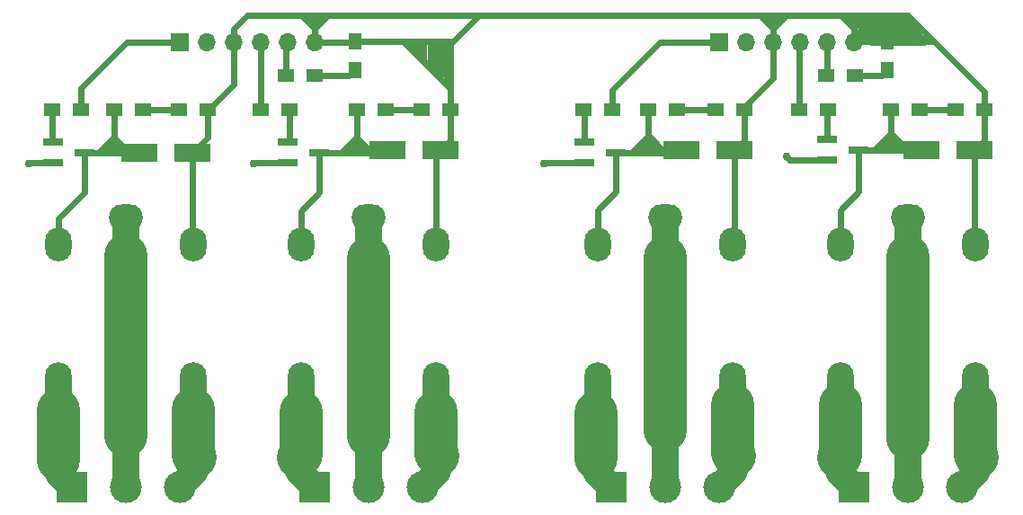
<source format=gbr>
G04 #@! TF.FileFunction,Copper,L1,Top,Signal*
%FSLAX46Y46*%
G04 Gerber Fmt 4.6, Leading zero omitted, Abs format (unit mm)*
G04 Created by KiCad (PCBNEW 4.0.7) date 05/31/18 17:41:53*
%MOMM*%
%LPD*%
G01*
G04 APERTURE LIST*
%ADD10C,0.100000*%
%ADD11R,1.900000X0.800000*%
%ADD12R,1.500000X1.300000*%
%ADD13R,3.000000X3.000000*%
%ADD14C,3.000000*%
%ADD15O,2.500000X3.200000*%
%ADD16O,3.200000X2.500000*%
%ADD17R,3.500000X1.800000*%
%ADD18R,1.300000X1.500000*%
%ADD19R,1.700000X1.700000*%
%ADD20O,1.700000X1.700000*%
%ADD21C,0.762000*%
%ADD22C,0.609600*%
%ADD23C,0.614680*%
%ADD24C,4.064000*%
%ADD25C,2.540000*%
G04 APERTURE END LIST*
D10*
D11*
X115594000Y-66614000D03*
X115594000Y-68514000D03*
X118594000Y-67564000D03*
D12*
X77390000Y-63500000D03*
X80090000Y-63500000D03*
X100250000Y-63500000D03*
X102950000Y-63500000D03*
X127936000Y-63500000D03*
X130636000Y-63500000D03*
X150542000Y-63500000D03*
X153242000Y-63500000D03*
D13*
X67310000Y-99060000D03*
D14*
X72390000Y-99060000D03*
X77470000Y-99060000D03*
D13*
X90170000Y-99060000D03*
D14*
X95250000Y-99060000D03*
X100330000Y-99060000D03*
D13*
X118110000Y-99060000D03*
D14*
X123190000Y-99060000D03*
X128270000Y-99060000D03*
D13*
X140970000Y-99060000D03*
D14*
X146050000Y-99060000D03*
X151130000Y-99060000D03*
D11*
X65556000Y-66614000D03*
X65556000Y-68514000D03*
X68556000Y-67564000D03*
X87654000Y-66614000D03*
X87654000Y-68514000D03*
X90654000Y-67564000D03*
X138454000Y-66360000D03*
X138454000Y-68260000D03*
X141454000Y-67310000D03*
D12*
X71294000Y-63500000D03*
X73994000Y-63500000D03*
X94154000Y-63500000D03*
X96854000Y-63500000D03*
X65452000Y-63500000D03*
X68152000Y-63500000D03*
X87790000Y-63500000D03*
X85090000Y-63500000D03*
X121586000Y-63500000D03*
X124286000Y-63500000D03*
X144446000Y-63500000D03*
X147146000Y-63500000D03*
X115490000Y-63500000D03*
X118190000Y-63500000D03*
X138510000Y-63500000D03*
X135810000Y-63500000D03*
D15*
X66040000Y-76200000D03*
X78740000Y-76200000D03*
D16*
X72390000Y-73660000D03*
D15*
X78740000Y-88900000D03*
X66040000Y-88900000D03*
X88900000Y-76200000D03*
X101600000Y-76200000D03*
D16*
X95250000Y-73660000D03*
D15*
X101600000Y-88900000D03*
X88900000Y-88900000D03*
X116840000Y-76200000D03*
X129540000Y-76200000D03*
D16*
X123190000Y-73660000D03*
D15*
X129540000Y-88900000D03*
X116840000Y-88900000D03*
X139700000Y-76200000D03*
X152400000Y-76200000D03*
D16*
X146050000Y-73660000D03*
D15*
X152400000Y-88900000D03*
X139700000Y-88900000D03*
D17*
X78700000Y-67564000D03*
X73700000Y-67564000D03*
X102068000Y-67310000D03*
X97068000Y-67310000D03*
X129754000Y-67310000D03*
X124754000Y-67310000D03*
X152360000Y-67310000D03*
X147360000Y-67310000D03*
D18*
X93980000Y-59770000D03*
X93980000Y-57070000D03*
X144145000Y-59770000D03*
X144145000Y-57070000D03*
D12*
X87470000Y-60325000D03*
X90170000Y-60325000D03*
X138350000Y-60325000D03*
X141050000Y-60325000D03*
D19*
X128270000Y-57150000D03*
D20*
X130810000Y-57150000D03*
X133350000Y-57150000D03*
X135890000Y-57150000D03*
X138430000Y-57150000D03*
X140970000Y-57150000D03*
D19*
X77470000Y-57150000D03*
D20*
X80010000Y-57150000D03*
X82550000Y-57150000D03*
X85090000Y-57150000D03*
X87630000Y-57150000D03*
X90170000Y-57150000D03*
D21*
X111760000Y-68580000D03*
X134620000Y-67945000D03*
X84455000Y-68580000D03*
X63246000Y-68580000D03*
D22*
X77390000Y-63500000D02*
X73994000Y-63500000D01*
D23*
X141859000Y-56261000D02*
X140970000Y-56261000D01*
X142367000Y-56261000D02*
X141859000Y-56261000D01*
X141859000Y-56261000D02*
X140970000Y-57150000D01*
X144145000Y-57070000D02*
X142113000Y-57070000D01*
X142113000Y-57070000D02*
X141050000Y-57070000D01*
X142367000Y-56515000D02*
X142113000Y-56769000D01*
X142113000Y-56769000D02*
X142113000Y-57070000D01*
X142748000Y-56261000D02*
X142367000Y-56261000D01*
X142367000Y-56261000D02*
X142367000Y-56515000D01*
X143129000Y-56261000D02*
X142748000Y-56261000D01*
X142748000Y-56261000D02*
X142748000Y-57023000D01*
X142748000Y-57023000D02*
X142701000Y-57070000D01*
X143510000Y-56261000D02*
X143129000Y-56261000D01*
X142701000Y-57070000D02*
X143129000Y-57070000D01*
X143129000Y-57070000D02*
X147146000Y-57070000D01*
X143129000Y-56261000D02*
X143129000Y-57070000D01*
X147574000Y-57150000D02*
X143383000Y-57150000D01*
X144780000Y-56261000D02*
X143510000Y-56261000D01*
X143383000Y-57150000D02*
X142621000Y-57150000D01*
X143510000Y-56261000D02*
X143510000Y-57023000D01*
X143510000Y-57023000D02*
X143383000Y-57150000D01*
X145415000Y-56261000D02*
X145415000Y-56943000D01*
X145415000Y-56943000D02*
X145288000Y-57070000D01*
X145622000Y-57070000D02*
X145288000Y-57070000D01*
X145415000Y-56261000D02*
X144780000Y-56261000D01*
X145288000Y-57070000D02*
X144145000Y-57070000D01*
X144780000Y-56261000D02*
X144780000Y-56562000D01*
X144780000Y-56562000D02*
X145288000Y-57070000D01*
X145923000Y-56769000D02*
X145622000Y-57070000D01*
X146304000Y-56261000D02*
X145415000Y-56261000D01*
X146812000Y-56769000D02*
X145923000Y-56769000D01*
X145923000Y-56769000D02*
X145415000Y-56261000D01*
X147193000Y-56261000D02*
X146304000Y-56261000D01*
X147447000Y-56769000D02*
X146812000Y-56769000D01*
X146812000Y-56769000D02*
X146304000Y-56261000D01*
X147146000Y-57070000D02*
X147447000Y-56769000D01*
X142621000Y-57150000D02*
X142701000Y-57070000D01*
X148082000Y-56642000D02*
X148510000Y-57070000D01*
X146558000Y-55118000D02*
X148082000Y-56642000D01*
X148082000Y-56642000D02*
X147574000Y-57150000D01*
D22*
X140970000Y-55880000D02*
X140970000Y-56261000D01*
X140970000Y-56261000D02*
X140970000Y-57150000D01*
D23*
X146558000Y-55118000D02*
X141986000Y-55118000D01*
X141986000Y-55118000D02*
X141478000Y-55626000D01*
X141478000Y-55626000D02*
X146558000Y-55626000D01*
X146558000Y-55626000D02*
X147193000Y-56261000D01*
X146304000Y-54864000D02*
X146558000Y-55118000D01*
X146062838Y-54622838D02*
X146304000Y-54864000D01*
X140970000Y-55626000D02*
X141732000Y-54864000D01*
X141732000Y-54864000D02*
X146304000Y-54864000D01*
X140970000Y-57150000D02*
X140970000Y-55626000D01*
X141224000Y-54622838D02*
X146062838Y-54622838D01*
X140716000Y-54622838D02*
X141224000Y-54622838D01*
X141224000Y-54622838D02*
X140970000Y-54876838D01*
X140970000Y-54876838D02*
X140970000Y-57150000D01*
X139712838Y-54622838D02*
X140716000Y-54622838D01*
D22*
X140716000Y-55626000D02*
X140970000Y-55880000D01*
X139712838Y-54622838D02*
X140716000Y-55626000D01*
D23*
X140716000Y-54622838D02*
X140716000Y-55626000D01*
X101473000Y-59806701D02*
X101473000Y-59319299D01*
X101473000Y-59319299D02*
X101092000Y-58938299D01*
X101473000Y-59806701D02*
X101219000Y-59806701D01*
X101219000Y-59806701D02*
X100721299Y-59309000D01*
X99314000Y-57070000D02*
X99695000Y-57070000D01*
X98482299Y-57070000D02*
X99314000Y-57070000D01*
D22*
X98482299Y-57070000D02*
X99197299Y-57785000D01*
X99197299Y-57785000D02*
X99578299Y-58166000D01*
D23*
X99314000Y-57070000D02*
X99314000Y-57668299D01*
X99314000Y-57668299D02*
X99197299Y-57785000D01*
X100076000Y-57070000D02*
X100457000Y-57070000D01*
X99695000Y-57070000D02*
X100076000Y-57070000D01*
D22*
X99578299Y-58166000D02*
X100076000Y-58663701D01*
X100076000Y-58663701D02*
X100340299Y-58928000D01*
D23*
X100076000Y-57070000D02*
X100076000Y-58663701D01*
X102616000Y-57070000D02*
X103204000Y-57070000D01*
X102235000Y-57070000D02*
X102616000Y-57070000D01*
D22*
X101864299Y-60452000D02*
X102743000Y-61330701D01*
X102743000Y-61330701D02*
X102950000Y-61537701D01*
D23*
X102616000Y-57070000D02*
X102616000Y-61203701D01*
X102616000Y-61203701D02*
X102743000Y-61330701D01*
X101854000Y-57070000D02*
X102235000Y-57070000D01*
D22*
X101483299Y-60071000D02*
X101864299Y-60452000D01*
D23*
X102235000Y-57070000D02*
X102235000Y-60081299D01*
X102235000Y-60081299D02*
X101864299Y-60452000D01*
X101473000Y-57070000D02*
X101854000Y-57070000D01*
X101092000Y-57070000D02*
X101473000Y-57070000D01*
D22*
X100721299Y-59309000D02*
X101346000Y-59933701D01*
X101346000Y-59933701D02*
X101483299Y-60071000D01*
D23*
X101473000Y-57070000D02*
X101473000Y-59806701D01*
X101473000Y-59806701D02*
X101346000Y-59933701D01*
X101092000Y-57070000D02*
X101092000Y-58938299D01*
X100457000Y-57070000D02*
X101092000Y-57070000D01*
D22*
X100340299Y-58928000D02*
X100721299Y-59309000D01*
D23*
X101092000Y-58938299D02*
X100721299Y-59309000D01*
X101854000Y-59700299D02*
X101483299Y-60071000D01*
X101854000Y-57070000D02*
X101854000Y-59700299D01*
X100457000Y-57070000D02*
X100457000Y-58811299D01*
X100457000Y-58811299D02*
X100340299Y-58928000D01*
X99695000Y-57070000D02*
X99695000Y-58049299D01*
X99695000Y-58049299D02*
X99578299Y-58166000D01*
X102950000Y-57324000D02*
X103378000Y-56896000D01*
X103378000Y-56896000D02*
X105664000Y-54610000D01*
X103204000Y-57070000D02*
X103378000Y-56896000D01*
D22*
X91440000Y-54610000D02*
X105664000Y-54610000D01*
X105664000Y-54610000D02*
X132080000Y-54610000D01*
D23*
X102950000Y-61537701D02*
X102950000Y-57324000D01*
X141050000Y-57070000D02*
X140970000Y-57150000D01*
D22*
X133350000Y-55947919D02*
X133985000Y-55312919D01*
X133985000Y-55312919D02*
X134620000Y-54677919D01*
X133350000Y-54610000D02*
X133350000Y-54677919D01*
X133350000Y-54677919D02*
X133985000Y-55312919D01*
X133350000Y-54610000D02*
X132715000Y-55245000D01*
X132715000Y-54610000D02*
X133350000Y-54610000D01*
X132080000Y-54610000D02*
X132715000Y-54610000D01*
X133350000Y-55880000D02*
X132715000Y-55245000D01*
X132715000Y-55245000D02*
X132080000Y-54610000D01*
X132715000Y-54610000D02*
X132715000Y-55245000D01*
X133350000Y-54610000D02*
X134552081Y-54610000D01*
X133350000Y-54610000D02*
X133350000Y-55947919D01*
X134620000Y-54677919D02*
X134675081Y-54622838D01*
X134675081Y-54622838D02*
X139712838Y-54622838D01*
X130636000Y-63500000D02*
X130636000Y-63259975D01*
X130636000Y-63259975D02*
X133350000Y-60545975D01*
X133350000Y-60545975D02*
X133350000Y-58352081D01*
X133350000Y-58352081D02*
X133350000Y-57150000D01*
X93980000Y-57070000D02*
X98482299Y-57070000D01*
X102950000Y-61537701D02*
X102950000Y-63500000D01*
X82550000Y-57150000D02*
X82550000Y-61140000D01*
X82550000Y-61140000D02*
X80190000Y-63500000D01*
X80190000Y-63500000D02*
X80090000Y-63500000D01*
X90805000Y-54610000D02*
X91440000Y-54610000D01*
X90170000Y-54610000D02*
X90805000Y-54610000D01*
X90805000Y-54610000D02*
X90170000Y-55245000D01*
X89535000Y-54610000D02*
X90170000Y-54610000D01*
X88265000Y-54610000D02*
X89535000Y-54610000D01*
X89535000Y-54610000D02*
X90170000Y-55245000D01*
X90170000Y-54610000D02*
X90170000Y-55245000D01*
X90170000Y-55245000D02*
X90170000Y-55880000D01*
X90170000Y-55880000D02*
X91440000Y-54610000D01*
X133350000Y-55947919D02*
X133350000Y-55880000D01*
X88265000Y-54610000D02*
X88900000Y-54610000D01*
X83820000Y-54610000D02*
X88265000Y-54610000D01*
X134552081Y-54610000D02*
X134620000Y-54677919D01*
X88900000Y-54610000D02*
X90170000Y-55880000D01*
X90170000Y-55880000D02*
X90170000Y-57150000D01*
X82550000Y-55880000D02*
X83820000Y-54610000D01*
X82550000Y-57150000D02*
X82550000Y-55880000D01*
X90170000Y-57150000D02*
X93900000Y-57150000D01*
X93900000Y-57150000D02*
X93980000Y-57070000D01*
X78700000Y-67564000D02*
X78700000Y-76160000D01*
X78700000Y-76160000D02*
X78740000Y-76200000D01*
X80090000Y-63500000D02*
X80090000Y-66174000D01*
X80090000Y-66174000D02*
X78700000Y-67564000D01*
X133350000Y-57150000D02*
X133350000Y-55947919D01*
X153242000Y-63500000D02*
X153242000Y-61802000D01*
X153242000Y-61802000D02*
X148510000Y-57070000D01*
X148510000Y-57070000D02*
X144145000Y-57070000D01*
X153242000Y-63500000D02*
X153242000Y-66428000D01*
X153242000Y-66428000D02*
X152360000Y-67310000D01*
X152360000Y-67310000D02*
X152360000Y-76160000D01*
X152360000Y-76160000D02*
X152400000Y-76200000D01*
X129754000Y-67310000D02*
X129754000Y-75986000D01*
X129754000Y-75986000D02*
X129540000Y-76200000D01*
X130636000Y-63500000D02*
X130636000Y-66428000D01*
X130636000Y-66428000D02*
X129754000Y-67310000D01*
X101600000Y-76200000D02*
X101600000Y-67778000D01*
X101600000Y-67778000D02*
X102068000Y-67310000D01*
X102950000Y-63500000D02*
X102950000Y-66428000D01*
X102950000Y-66428000D02*
X102068000Y-67310000D01*
X100250000Y-63500000D02*
X96854000Y-63500000D01*
X68556000Y-67564000D02*
X68556000Y-71294071D01*
X68556000Y-71294071D02*
X66040000Y-73810071D01*
X66040000Y-73810071D02*
X66040000Y-76200000D01*
X71755000Y-66610372D02*
X72708628Y-67564000D01*
X71294000Y-66149372D02*
X71755000Y-66610372D01*
X71120000Y-67564000D02*
X71755000Y-67564000D01*
X71755000Y-67564000D02*
X73700000Y-67564000D01*
X71755000Y-66610372D02*
X71755000Y-67564000D01*
X70739000Y-66675000D02*
X69850000Y-67564000D01*
X71294000Y-66120000D02*
X70739000Y-66675000D01*
X70739000Y-66675000D02*
X70739000Y-67183000D01*
X70739000Y-67183000D02*
X71120000Y-67564000D01*
X69850000Y-67564000D02*
X71120000Y-67564000D01*
X71294000Y-66149372D02*
X71294000Y-67390000D01*
X71294000Y-67390000D02*
X71120000Y-67564000D01*
X71294000Y-65405000D02*
X71294000Y-66149372D01*
X71294000Y-63500000D02*
X71294000Y-65405000D01*
X68556000Y-67564000D02*
X69850000Y-67564000D01*
X71294000Y-65405000D02*
X71294000Y-66120000D01*
X72708628Y-67564000D02*
X73700000Y-67564000D01*
X90654000Y-67564000D02*
X90654000Y-71324577D01*
X90654000Y-71324577D02*
X88900000Y-73078577D01*
X88900000Y-73078577D02*
X88900000Y-76200000D01*
X94615000Y-67310000D02*
X93726000Y-67310000D01*
X93726000Y-67310000D02*
X93345000Y-66929000D01*
X94615000Y-67310000D02*
X95385764Y-67310000D01*
X93980000Y-66675000D02*
X94615000Y-67310000D01*
X93980000Y-67564000D02*
X94615000Y-67564000D01*
X94615000Y-67564000D02*
X96814000Y-67564000D01*
X93980000Y-66675000D02*
X93980000Y-66929000D01*
X93980000Y-66929000D02*
X94615000Y-67564000D01*
X92710000Y-67564000D02*
X93345000Y-66929000D01*
X93980000Y-67564000D02*
X93980000Y-66675000D01*
X94234000Y-66929000D02*
X93345000Y-66929000D01*
X93345000Y-66929000D02*
X94154000Y-66120000D01*
X93980000Y-66675000D02*
X94234000Y-66929000D01*
X90654000Y-67564000D02*
X93980000Y-67564000D01*
X96814000Y-67564000D02*
X97068000Y-67310000D01*
X94154000Y-66120000D02*
X94195764Y-66120000D01*
X94195764Y-66120000D02*
X95385764Y-67310000D01*
X95385764Y-67310000D02*
X97068000Y-67310000D01*
X90654000Y-67564000D02*
X92710000Y-67564000D01*
X94154000Y-63500000D02*
X94154000Y-66120000D01*
X127936000Y-63500000D02*
X124286000Y-63500000D01*
X150542000Y-63500000D02*
X147146000Y-63500000D01*
X118594000Y-67564000D02*
X118594000Y-71227381D01*
X116840000Y-72981381D02*
X116840000Y-76200000D01*
X118594000Y-71227381D02*
X116840000Y-72981381D01*
X121285000Y-66294000D02*
X121285000Y-67056000D01*
X121285000Y-67056000D02*
X121031000Y-67310000D01*
X121689095Y-66905905D02*
X121689095Y-67159905D01*
X121689095Y-67159905D02*
X121285000Y-67564000D01*
X121920000Y-67564000D02*
X121920000Y-67136810D01*
X121920000Y-67136810D02*
X121689095Y-66905905D01*
X121920000Y-67564000D02*
X122555000Y-67564000D01*
X121285000Y-67564000D02*
X121920000Y-67564000D01*
X120650000Y-66929000D02*
X121031000Y-67310000D01*
X120650000Y-67564000D02*
X121285000Y-67564000D01*
X120015000Y-67564000D02*
X120650000Y-67564000D01*
X120650000Y-67564000D02*
X120650000Y-66929000D01*
X121586000Y-65993000D02*
X121285000Y-66294000D01*
X121285000Y-66294000D02*
X120015000Y-67564000D01*
X121689095Y-66905905D02*
X121689095Y-66698095D01*
X121689095Y-66698095D02*
X121285000Y-66294000D01*
X122555000Y-67564000D02*
X124500000Y-67564000D01*
X121689095Y-66905905D02*
X121896905Y-66905905D01*
X121896905Y-66905905D02*
X122555000Y-67564000D01*
X121586000Y-65936905D02*
X122555000Y-66905905D01*
X122555000Y-66905905D02*
X122959095Y-67310000D01*
X121689095Y-66905905D02*
X122555000Y-66905905D01*
X121586000Y-65405000D02*
X121586000Y-65936905D01*
X122959095Y-67310000D02*
X124754000Y-67310000D01*
X121586000Y-63500000D02*
X121586000Y-65405000D01*
X118594000Y-67564000D02*
X120015000Y-67564000D01*
X121586000Y-65405000D02*
X121586000Y-65993000D01*
X124500000Y-67564000D02*
X124754000Y-67310000D01*
X144780000Y-67310000D02*
X144145000Y-66675000D01*
X143510000Y-66675000D02*
X142875000Y-67310000D01*
X144145000Y-66040000D02*
X143510000Y-66675000D01*
X143510000Y-66675000D02*
X144145000Y-67310000D01*
X144145000Y-66040000D02*
X144780000Y-66675000D01*
X144145000Y-66675000D02*
X144145000Y-67310000D01*
X144145000Y-66040000D02*
X144145000Y-66675000D01*
X144145000Y-66675000D02*
X144780000Y-66675000D01*
X145415000Y-67310000D02*
X147360000Y-67310000D01*
X144780000Y-67310000D02*
X145415000Y-67310000D01*
X144780000Y-67310000D02*
X144780000Y-66675000D01*
X144780000Y-66675000D02*
X144780000Y-66085554D01*
X145415000Y-67310000D02*
X144780000Y-66675000D01*
X144145000Y-67310000D02*
X144780000Y-67310000D01*
X144446000Y-65751554D02*
X144780000Y-66085554D01*
X144780000Y-66085554D02*
X146004446Y-67310000D01*
X144433446Y-65751554D02*
X144145000Y-66040000D01*
X142875000Y-67310000D02*
X144145000Y-67310000D01*
X141454000Y-67310000D02*
X142875000Y-67310000D01*
X144446000Y-65751554D02*
X144433446Y-65751554D01*
X144446000Y-63500000D02*
X144446000Y-65751554D01*
X146004446Y-67310000D02*
X147360000Y-67310000D01*
X139700000Y-76200000D02*
X139700000Y-73025000D01*
X141454000Y-71271000D02*
X141454000Y-67310000D01*
X139700000Y-73025000D02*
X141454000Y-71271000D01*
X77470000Y-57150000D02*
X72494336Y-57150000D01*
X72494336Y-57150000D02*
X68152000Y-61492336D01*
X68152000Y-61492336D02*
X68152000Y-63500000D01*
X85090000Y-57150000D02*
X85090000Y-63500000D01*
X87470000Y-60325000D02*
X87470000Y-57310000D01*
X87470000Y-57310000D02*
X87630000Y-57150000D01*
X138430000Y-57150000D02*
X138430000Y-60245000D01*
X138430000Y-60245000D02*
X138350000Y-60325000D01*
X115594000Y-68514000D02*
X111826000Y-68514000D01*
X111826000Y-68514000D02*
X111760000Y-68580000D01*
X138454000Y-68260000D02*
X134935000Y-68260000D01*
X134935000Y-68260000D02*
X134620000Y-67945000D01*
X87654000Y-68514000D02*
X84521000Y-68514000D01*
X84521000Y-68514000D02*
X84455000Y-68580000D01*
X65556000Y-68514000D02*
X63312000Y-68514000D01*
X63312000Y-68514000D02*
X63246000Y-68580000D01*
D24*
X66040000Y-91821000D02*
X66040000Y-96520000D01*
D25*
X66040000Y-97790000D02*
X66040000Y-96520000D01*
X67310000Y-99060000D02*
X66040000Y-97790000D01*
X66040000Y-88900000D02*
X66040000Y-91821000D01*
D24*
X72390000Y-77216000D02*
X72390000Y-94234000D01*
D25*
X72390000Y-96938680D02*
X72390000Y-94234000D01*
X72390000Y-99060000D02*
X72390000Y-96938680D01*
X72390000Y-73660000D02*
X72390000Y-77216000D01*
D24*
X78740000Y-91694000D02*
X78740000Y-96060002D01*
X78740000Y-96060002D02*
X78969999Y-96290001D01*
D25*
X78969999Y-96290001D02*
X78969999Y-97560001D01*
X77470000Y-99060000D02*
X78969999Y-97560001D01*
X78740000Y-88900000D02*
X78740000Y-91694000D01*
D24*
X88900000Y-91948000D02*
X88900000Y-96012000D01*
X88900000Y-96012000D02*
X88646000Y-96266000D01*
D25*
X88646000Y-97536000D02*
X88646000Y-96266000D01*
X90170000Y-99060000D02*
X88646000Y-97536000D01*
X88900000Y-88900000D02*
X88900000Y-91948000D01*
D24*
X95250000Y-77470000D02*
X95250000Y-94242666D01*
D25*
X95250000Y-93218000D02*
X95250000Y-99060000D01*
X95250000Y-73660000D02*
X95250000Y-77470000D01*
D24*
X101600000Y-91948000D02*
X101600000Y-95933002D01*
X101600000Y-95933002D02*
X101829999Y-96163001D01*
D25*
X100330000Y-99060000D02*
X101829999Y-97560001D01*
X101829999Y-97560001D02*
X101829999Y-96163001D01*
X101600000Y-88900000D02*
X101600000Y-91948000D01*
D22*
X118190000Y-63500000D02*
X118190000Y-61674579D01*
X118190000Y-61674579D02*
X122714579Y-57150000D01*
X122714579Y-57150000D02*
X126810400Y-57150000D01*
X126810400Y-57150000D02*
X128270000Y-57150000D01*
X135810000Y-63500000D02*
X135810000Y-57230000D01*
X135810000Y-57230000D02*
X135890000Y-57150000D01*
D25*
X116840000Y-88900000D02*
X116840000Y-91948000D01*
X116840000Y-91948000D02*
X116713000Y-92075000D01*
D24*
X116713000Y-96393000D02*
X116713000Y-92075000D01*
D25*
X116713000Y-97663000D02*
X116713000Y-96393000D01*
X118110000Y-99060000D02*
X116713000Y-97663000D01*
D24*
X123190000Y-77450000D02*
X123190000Y-93726000D01*
D25*
X123190000Y-96938680D02*
X123190000Y-93726000D01*
X123190000Y-99060000D02*
X123190000Y-96938680D01*
X123190000Y-73660000D02*
X123190000Y-77450000D01*
D24*
X129540000Y-91313000D02*
X129540000Y-95885000D01*
X129540000Y-95885000D02*
X129769999Y-96114999D01*
D25*
X128270000Y-99060000D02*
X129769999Y-97560001D01*
X129769999Y-97560001D02*
X129769999Y-96114999D01*
X129540000Y-88900000D02*
X129540000Y-91313000D01*
D24*
X139700000Y-91313000D02*
X139700000Y-96139000D01*
X139700000Y-96139000D02*
X139573000Y-96266000D01*
D25*
X139573000Y-97663000D02*
X139573000Y-96266000D01*
X140970000Y-99060000D02*
X139573000Y-97663000D01*
X139700000Y-88900000D02*
X139700000Y-91313000D01*
D24*
X146050000Y-77343000D02*
X146050000Y-94488000D01*
D25*
X146050000Y-96938680D02*
X146050000Y-94488000D01*
X146050000Y-99060000D02*
X146050000Y-96938680D01*
X146050000Y-73660000D02*
X146050000Y-77343000D01*
D24*
X152400000Y-91313000D02*
X152400000Y-96060002D01*
X152400000Y-96060002D02*
X152629999Y-96290001D01*
D25*
X152629999Y-96290001D02*
X152629999Y-97560001D01*
X151130000Y-99060000D02*
X152629999Y-97560001D01*
X152400000Y-88900000D02*
X152400000Y-91313000D01*
D22*
X65452000Y-63500000D02*
X65452000Y-66510000D01*
X65452000Y-66510000D02*
X65556000Y-66614000D01*
X87790000Y-63500000D02*
X87790000Y-66478000D01*
X87790000Y-66478000D02*
X87654000Y-66614000D01*
X115594000Y-66614000D02*
X115594000Y-63604000D01*
X115594000Y-63604000D02*
X115490000Y-63500000D01*
X138510000Y-63500000D02*
X138430000Y-63580000D01*
X138430000Y-63580000D02*
X138430000Y-66336000D01*
X138430000Y-66336000D02*
X138454000Y-66360000D01*
X90170000Y-60325000D02*
X93425000Y-60325000D01*
X93425000Y-60325000D02*
X93980000Y-59770000D01*
X141050000Y-60325000D02*
X143590000Y-60325000D01*
X143590000Y-60325000D02*
X144145000Y-59770000D01*
M02*

</source>
